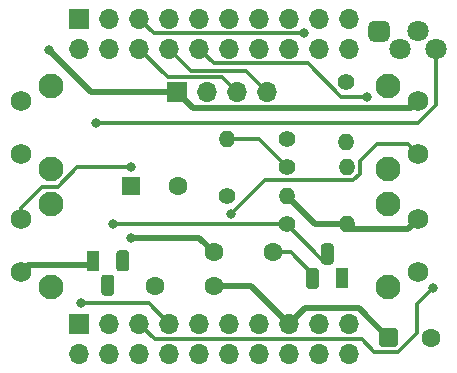
<source format=gbl>
G04 #@! TF.GenerationSoftware,KiCad,Pcbnew,(5.1.6)-1*
G04 #@! TF.CreationDate,2022-03-29T00:17:24+01:00*
G04 #@! TF.ProjectId,hswatch,68737761-7463-4682-9e6b-696361645f70,v1.1*
G04 #@! TF.SameCoordinates,Original*
G04 #@! TF.FileFunction,Copper,L2,Bot*
G04 #@! TF.FilePolarity,Positive*
%FSLAX46Y46*%
G04 Gerber Fmt 4.6, Leading zero omitted, Abs format (unit mm)*
G04 Created by KiCad (PCBNEW (5.1.6)-1) date 2022-03-29 00:17:24*
%MOMM*%
%LPD*%
G01*
G04 APERTURE LIST*
G04 #@! TA.AperFunction,ComponentPad*
%ADD10C,1.400000*%
G04 #@! TD*
G04 #@! TA.AperFunction,ComponentPad*
%ADD11O,1.400000X1.400000*%
G04 #@! TD*
G04 #@! TA.AperFunction,ComponentPad*
%ADD12C,1.600000*%
G04 #@! TD*
G04 #@! TA.AperFunction,ComponentPad*
%ADD13R,1.100000X1.800000*%
G04 #@! TD*
G04 #@! TA.AperFunction,ComponentPad*
%ADD14C,1.800000*%
G04 #@! TD*
G04 #@! TA.AperFunction,ComponentPad*
%ADD15O,1.700000X1.700000*%
G04 #@! TD*
G04 #@! TA.AperFunction,ComponentPad*
%ADD16R,1.700000X1.700000*%
G04 #@! TD*
G04 #@! TA.AperFunction,ComponentPad*
%ADD17R,1.600000X1.600000*%
G04 #@! TD*
G04 #@! TA.AperFunction,ComponentPad*
%ADD18C,2.100000*%
G04 #@! TD*
G04 #@! TA.AperFunction,ComponentPad*
%ADD19C,1.750000*%
G04 #@! TD*
G04 #@! TA.AperFunction,ViaPad*
%ADD20C,0.800000*%
G04 #@! TD*
G04 #@! TA.AperFunction,Conductor*
%ADD21C,0.500000*%
G04 #@! TD*
G04 #@! TA.AperFunction,Conductor*
%ADD22C,0.300000*%
G04 #@! TD*
G04 APERTURE END LIST*
D10*
X150200000Y-86800000D03*
D11*
X150200000Y-91880000D03*
X150280000Y-98800000D03*
D10*
X145200000Y-98800000D03*
D11*
X145200000Y-96400000D03*
D10*
X140120000Y-96400000D03*
D11*
X150280000Y-94000000D03*
D10*
X145200000Y-94000000D03*
D11*
X140120000Y-91600000D03*
D10*
X145200000Y-91600000D03*
D12*
X144000000Y-101200000D03*
X139000000Y-101200000D03*
X134000000Y-104000000D03*
X139000000Y-104000000D03*
D13*
X149900000Y-103400000D03*
G04 #@! TA.AperFunction,ComponentPad*
G36*
G01*
X147910000Y-102775000D02*
X147910000Y-104025000D01*
G75*
G02*
X147635000Y-104300000I-275000J0D01*
G01*
X147085000Y-104300000D01*
G75*
G02*
X146810000Y-104025000I0J275000D01*
G01*
X146810000Y-102775000D01*
G75*
G02*
X147085000Y-102500000I275000J0D01*
G01*
X147635000Y-102500000D01*
G75*
G02*
X147910000Y-102775000I0J-275000D01*
G01*
G37*
G04 #@! TD.AperFunction*
G04 #@! TA.AperFunction,ComponentPad*
G36*
G01*
X149180000Y-100705000D02*
X149180000Y-101955000D01*
G75*
G02*
X148905000Y-102230000I-275000J0D01*
G01*
X148355000Y-102230000D01*
G75*
G02*
X148080000Y-101955000I0J275000D01*
G01*
X148080000Y-100705000D01*
G75*
G02*
X148355000Y-100430000I275000J0D01*
G01*
X148905000Y-100430000D01*
G75*
G02*
X149180000Y-100705000I0J-275000D01*
G01*
G37*
G04 #@! TD.AperFunction*
X128760000Y-101900000D03*
G04 #@! TA.AperFunction,ComponentPad*
G36*
G01*
X130750000Y-102525000D02*
X130750000Y-101275000D01*
G75*
G02*
X131025000Y-101000000I275000J0D01*
G01*
X131575000Y-101000000D01*
G75*
G02*
X131850000Y-101275000I0J-275000D01*
G01*
X131850000Y-102525000D01*
G75*
G02*
X131575000Y-102800000I-275000J0D01*
G01*
X131025000Y-102800000D01*
G75*
G02*
X130750000Y-102525000I0J275000D01*
G01*
G37*
G04 #@! TD.AperFunction*
G04 #@! TA.AperFunction,ComponentPad*
G36*
G01*
X129480000Y-104595000D02*
X129480000Y-103345000D01*
G75*
G02*
X129755000Y-103070000I275000J0D01*
G01*
X130305000Y-103070000D01*
G75*
G02*
X130580000Y-103345000I0J-275000D01*
G01*
X130580000Y-104595000D01*
G75*
G02*
X130305000Y-104870000I-275000J0D01*
G01*
X129755000Y-104870000D01*
G75*
G02*
X129480000Y-104595000I0J275000D01*
G01*
G37*
G04 #@! TD.AperFunction*
G04 #@! TA.AperFunction,ComponentPad*
G36*
G01*
X152100000Y-82926000D02*
X152100000Y-82026000D01*
G75*
G02*
X152550000Y-81576000I450000J0D01*
G01*
X153450000Y-81576000D01*
G75*
G02*
X153900000Y-82026000I0J-450000D01*
G01*
X153900000Y-82926000D01*
G75*
G02*
X153450000Y-83376000I-450000J0D01*
G01*
X152550000Y-83376000D01*
G75*
G02*
X152100000Y-82926000I0J450000D01*
G01*
G37*
G04 #@! TD.AperFunction*
D14*
X154778000Y-84000000D03*
X156302000Y-82476000D03*
X157826000Y-84000000D03*
D15*
X143540000Y-87600000D03*
X141000000Y-87600000D03*
X138460000Y-87600000D03*
D16*
X135920000Y-87600000D03*
D15*
X150500000Y-83940000D03*
X150500000Y-81400000D03*
X147960000Y-83940000D03*
X147960000Y-81400000D03*
X145420000Y-83940000D03*
X145420000Y-81400000D03*
X142880000Y-83940000D03*
X142880000Y-81400000D03*
X140340000Y-83940000D03*
X140340000Y-81400000D03*
X137800000Y-83940000D03*
X137800000Y-81400000D03*
X135260000Y-83940000D03*
X135260000Y-81400000D03*
X132720000Y-83940000D03*
X132720000Y-81400000D03*
X130180000Y-83940000D03*
X130180000Y-81400000D03*
X127640000Y-83940000D03*
D16*
X127640000Y-81400000D03*
D15*
X150500000Y-109800000D03*
X150500000Y-107260000D03*
X147960000Y-109800000D03*
X147960000Y-107260000D03*
X145420000Y-109800000D03*
X145420000Y-107260000D03*
X142880000Y-109800000D03*
X142880000Y-107260000D03*
X140340000Y-109800000D03*
X140340000Y-107260000D03*
X137800000Y-109800000D03*
X137800000Y-107260000D03*
X135260000Y-109800000D03*
X135260000Y-107260000D03*
X132720000Y-109800000D03*
X132720000Y-107260000D03*
X130180000Y-109800000D03*
X130180000Y-107260000D03*
X127640000Y-109800000D03*
D16*
X127640000Y-107260000D03*
D17*
X132000000Y-95600000D03*
D12*
X136000000Y-95600000D03*
G04 #@! TA.AperFunction,ComponentPad*
G36*
G01*
X153000000Y-108950000D02*
X153000000Y-107850000D01*
G75*
G02*
X153250000Y-107600000I250000J0D01*
G01*
X154350000Y-107600000D01*
G75*
G02*
X154600000Y-107850000I0J-250000D01*
G01*
X154600000Y-108950000D01*
G75*
G02*
X154350000Y-109200000I-250000J0D01*
G01*
X153250000Y-109200000D01*
G75*
G02*
X153000000Y-108950000I0J250000D01*
G01*
G37*
G04 #@! TD.AperFunction*
X157400000Y-108400000D03*
D18*
X125200000Y-87100000D03*
D19*
X122710000Y-88350000D03*
X122710000Y-92850000D03*
D18*
X125200000Y-94110000D03*
X125200000Y-97090000D03*
D19*
X122710000Y-98340000D03*
X122710000Y-102840000D03*
D18*
X125200000Y-104100000D03*
X153800000Y-87100000D03*
D19*
X156290000Y-88360000D03*
X156290000Y-92860000D03*
D18*
X153800000Y-94110000D03*
X153800000Y-97090000D03*
D19*
X156290000Y-98350000D03*
X156290000Y-102850000D03*
D18*
X153800000Y-104100000D03*
D20*
X132000000Y-100000000D03*
X125020000Y-84020000D03*
X140500000Y-97950000D03*
X127750000Y-105500000D03*
X157565001Y-104184999D03*
X129000000Y-90250000D03*
X146690000Y-82650000D03*
X130500000Y-98750000D03*
X152000000Y-88050001D03*
X132000000Y-94000000D03*
D21*
X142160000Y-104000000D02*
X145420000Y-107260000D01*
X139000000Y-104000000D02*
X142160000Y-104000000D01*
X151309999Y-105909999D02*
X153800000Y-108400000D01*
X146770001Y-105909999D02*
X151309999Y-105909999D01*
X145420000Y-107260000D02*
X146770001Y-105909999D01*
X139000000Y-101200000D02*
X137800000Y-100000000D01*
X137800000Y-100000000D02*
X132000000Y-100000000D01*
D22*
X145560000Y-101200000D02*
X147360000Y-103000000D01*
X144000000Y-101200000D02*
X145560000Y-101200000D01*
D21*
X155699999Y-88950001D02*
X156290000Y-88360000D01*
X137270001Y-88950001D02*
X155699999Y-88950001D01*
X135920000Y-87600000D02*
X137270001Y-88950001D01*
X123250000Y-102300000D02*
X128760000Y-102300000D01*
X122710000Y-102840000D02*
X123250000Y-102300000D01*
X150704999Y-99224999D02*
X150280000Y-98800000D01*
X155415001Y-99224999D02*
X150704999Y-99224999D01*
X156290000Y-98350000D02*
X155415001Y-99224999D01*
X147600000Y-98800000D02*
X145200000Y-96400000D01*
X150280000Y-98800000D02*
X147600000Y-98800000D01*
X128600000Y-87600000D02*
X135920000Y-87600000D01*
X125020000Y-84020000D02*
X128600000Y-87600000D01*
D22*
X142800000Y-91600000D02*
X145200000Y-94000000D01*
X140120000Y-91600000D02*
X142800000Y-91600000D01*
X143349999Y-95100001D02*
X140500000Y-97950000D01*
X150808001Y-95100001D02*
X143349999Y-95100001D01*
X156290000Y-92860000D02*
X155415001Y-91985001D01*
X151380001Y-94528001D02*
X150808001Y-95100001D01*
X155415001Y-91985001D02*
X152866999Y-91985001D01*
X152866999Y-91985001D02*
X151380001Y-93471999D01*
X151380001Y-93471999D02*
X151380001Y-94528001D01*
X135260000Y-107260000D02*
X133500000Y-105500000D01*
X133500000Y-105500000D02*
X127750000Y-105500000D01*
X134009999Y-108549999D02*
X151549999Y-108549999D01*
X132720000Y-107260000D02*
X134009999Y-108549999D01*
X156199999Y-105550001D02*
X157565001Y-104184999D01*
X156199999Y-108019257D02*
X156199999Y-105550001D01*
X154619246Y-109600010D02*
X156199999Y-108019257D01*
X152600010Y-109600010D02*
X154619246Y-109600010D01*
X151549999Y-108549999D02*
X152600010Y-109600010D01*
X156287002Y-90250000D02*
X157826000Y-88711002D01*
X157826000Y-88711002D02*
X157826000Y-84000000D01*
X129000000Y-90250000D02*
X156287002Y-90250000D01*
X139749999Y-86349999D02*
X141000000Y-87600000D01*
X135129999Y-86349999D02*
X139749999Y-86349999D01*
X132720000Y-83940000D02*
X135129999Y-86349999D01*
X132720000Y-81400000D02*
X133970001Y-82650001D01*
X146689999Y-82650001D02*
X146690000Y-82650000D01*
X133970001Y-82650001D02*
X146689999Y-82650001D01*
X141739989Y-85799989D02*
X143540000Y-87600000D01*
X137119989Y-85799989D02*
X141739989Y-85799989D01*
X135260000Y-83940000D02*
X137119989Y-85799989D01*
X145150000Y-98750000D02*
X145200000Y-98800000D01*
X130500000Y-98750000D02*
X145150000Y-98750000D01*
X148130000Y-101730000D02*
X145200000Y-98800000D01*
X148630000Y-101730000D02*
X148130000Y-101730000D01*
X146961999Y-85190001D02*
X149821999Y-88050001D01*
X137800000Y-83940000D02*
X139050001Y-85190001D01*
X149821999Y-88050001D02*
X152000000Y-88050001D01*
X139050001Y-85190001D02*
X146961999Y-85190001D01*
X122710000Y-97433998D02*
X122710000Y-98340000D01*
X124503999Y-95639999D02*
X122710000Y-97433998D01*
X125816003Y-95639999D02*
X124503999Y-95639999D01*
X127456002Y-94000000D02*
X125816003Y-95639999D01*
X132000000Y-94000000D02*
X127456002Y-94000000D01*
M02*

</source>
